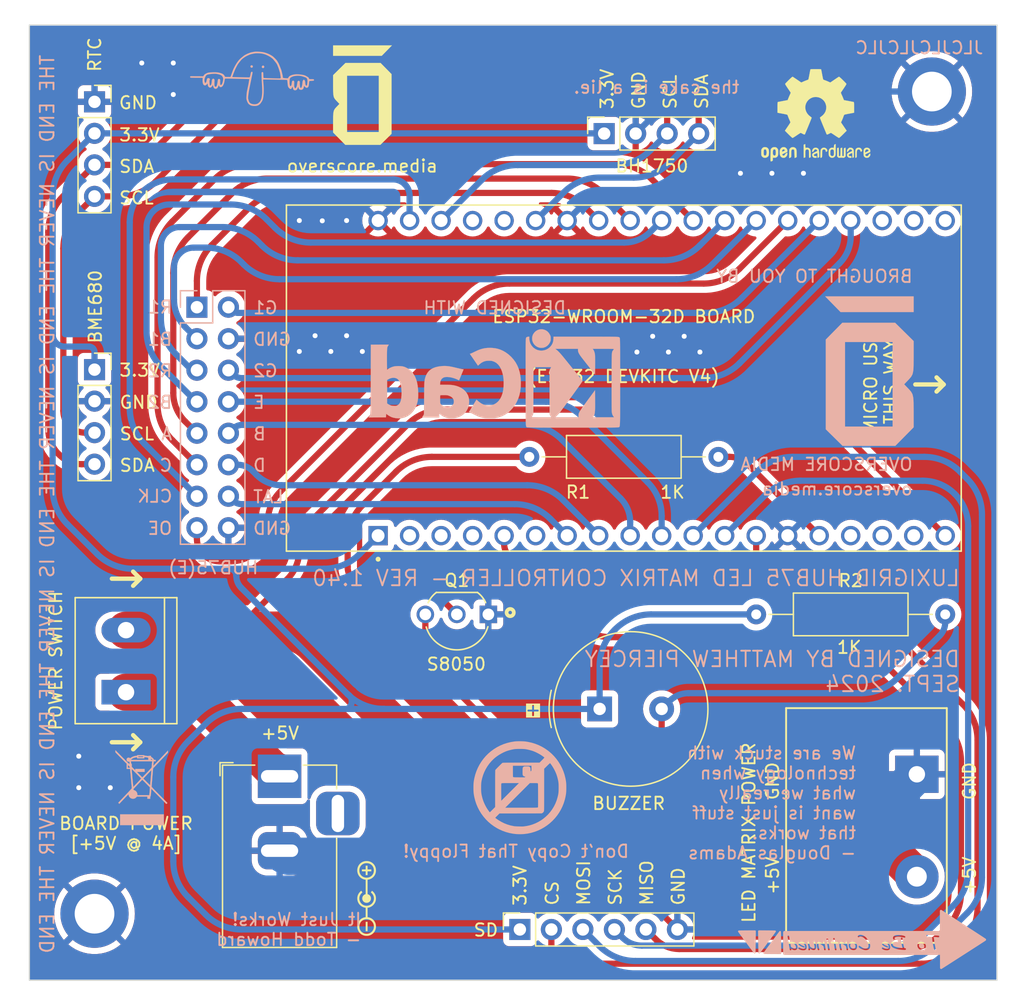
<source format=kicad_pcb>
(kicad_pcb (version 20240108) (generator "pcbnew") (generator_version "8.0")
  (layers (0 "F.Cu" signal) (31 "B.Cu" signal) (34 "B.Paste" user) (35 "F.Paste" user) (36 "B.SilkS" user "B.Silkscreen") (37 "F.SilkS" user "F.Silkscreen") (38 "B.Mask" user) (39 "F.Mask" user) (44 "Edge.Cuts" user))
  (net 0 "")
  (net 1 "Net-(J2-Pin_2)")
  (net 5 "/R1")
  (net 7 "/G1")
  (net 8 "/B1")
  (net 9 "/R2")
  (net 10 "/G2")
  (net 11 "/B2")
  (net 12 "/A")
  (net 13 "/B")
  (net 14 "/C")
  (net 18 "/D")
  (net 19 "/CLK")
  (net 22 "/LAT")
  (net 23 "/OE")
  (net 24 "+3.3V")
  (net 25 "/CS")
  (net 26 "/MOSI")
  (net 27 "/SCK")
  (net 28 "/MISO")
  (net 29 "/E")
  (net 30 "/SCL")
  (net 31 "/SDA")
  (net 35 "+5V")
  (net 36 "GND")
  (net 37 "Net-(Q1-B)")
  (net 38 "Net-(BZ1--)")
  (net 39 "Net-(U1-IO13)")
  (footprint "Connector_PinSocket_2.54mm:PinSocket_1x06_P2.54mm_Vertical" (layer "F.Cu") (at 129.54 105.41 90)
    (property "Reference" "J8" (hide yes))
    (property "Value" "SD")
  )
  (footprint "Luxigrid:SS8050DTA Transistor" (layer "F.Cu") (at 124.46 80.8625 180)
    (property "Reference" "Q1" (hide yes))
    (property "Value" "S8050")
  )
  (footprint "Connector_BarrelJack:BarrelJack_Horizontal" (layer "F.Cu") (at 110.1675 93.06 90)
    (property "Reference" "J1" (hide yes))
    (property "Value" "+5V DC Input" (hide yes))
  )
  (footprint "Luxigrid:7.62mm Barrier Block" (layer "F.Cu") (at 161.544 92.9 -90)
    (property "Reference" "J2" (hide yes))
    (property "Value" "HUB75 Power")
  )
  (footprint "Luxigrid:5mm Screw Terminal Block" (layer "F.Cu") (at 97.79 83.74 90)
    (property "Reference" "J3" (hide yes))
    (property "Value" "Screw Terminal")
  )
  (footprint "Resistor_THT:R_Axial_DIN0309_L9.0mm_D3.2mm_P15.24mm_Horizontal" (layer "F.Cu") (at 148.59 80.01)
    (property "Reference" "R2")
    (property "Value" "1K")
  )
  (footprint "Luxigrid:Center Positive (Small)" (layer "F.Cu") (at 117.185699 102.909502 90)
    (property "Reference" "REF**" (hide yes))
    (property "Value" "Polarity_Center_Positive_6mm_SilkScreen" (hide yes))
  )
  (footprint "LOGO" (layer "F.Cu") (at 116.84 38.1)
    (property "Reference" "G***" (hide yes))
    (property "Value" "LOGO" (hide yes))
  )
  (footprint "MountingHole:MountingHole_3.2mm_M3_ISO14580_Pad" (layer "F.Cu") (at 162.75 37.86 90)
    (property "Reference" "H2" (hide yes))
    (property "Value" "Mounting Hole")
  )
  (footprint "MountingHole:MountingHole_3.2mm_M3_ISO14580_Pad" (layer "F.Cu") (at 95.25 104.14)
    (property "Reference" "H1" (hide yes))
    (property "Value" "Mounting Hole")
  )
  (footprint "Connector_PinSocket_2.54mm:PinSocket_1x04_P2.54mm_Vertical" (layer "F.Cu") (at 95.25 38.69)
    (property "Reference" "J7" (hide yes))
    (property "Value" "RTC")
  )
  (footprint "Luxigrid:ESP32 DevKitC V4" (layer "F.Cu") (at 137.87 60.96 90)
    (property "Reference" "U1" (hide yes))
    (property "Value" "ESP32 DevKitC V4")
  )
  (footprint "Buzzer_Beeper:Buzzer_TDK_PS1240P02BT_D12.2mm_H6.5mm" (layer "F.Cu") (at 135.97 87.63)
    (property "Reference" "BZ1" (hide yes))
    (property "Value" "Buzzer")
  )
  (footprint "Symbol:OSHW-Logo2_9.8x8mm_SilkScreen" (layer "F.Cu") (at 153.394627 39.765384)
    (property "Reference" "REF**" (hide yes))
    (property "Value" "OSHW-Logo2_9.8x8mm_SilkScreen" (hide yes))
  )
  (footprint "Connector_PinSocket_2.54mm:PinSocket_1x04_P2.54mm_Vertical" (layer "F.Cu") (at 136.334441 41.247482 90)
    (property "Reference" "J5" (hide yes))
    (property "Value" "BME680")
  )
  (footprint "Connector_PinSocket_2.54mm:PinSocket_1x04_P2.54mm_Vertical" (layer "F.Cu") (at 95.25 60.28)
    (property "Reference" "J6" (hide yes))
    (property "Value" "BH1750")
  )
  (footprint "Resistor_THT:R_Axial_DIN0309_L9.0mm_D3.2mm_P15.24mm_Horizontal" (layer "F.Cu") (at 130.3 67.31)
    (property "Reference" "R1")
    (property "Value" "1K")
  )
  (footprint "Symbol:KiCad-Logo_8mm_SilkScreen" (layer "B.Cu") (at 127.496798 60.96 180)
    (property "Reference" "REF**" (hide yes))
    (property "Value" "KiCad-Logo_8mm_SilkScreen" (hide yes))
  )
  (footprint "Connector_PinSocket_2.54mm:PinSocket_2x08_P2.54mm_Vertical" (layer "B.Cu") (at 103.505 55.245 180)
    (property "Reference" "J4" (hide yes))
    (property "Value" "HUB75 Connector")
  )
  (footprint "LOGO" (layer "B.Cu") (at 157.125412 106.211494 180)
    (property "Reference" "G***" (hide yes))
    (property "Value" "LOGO" (hide yes))
  )
  (footprint "LOGO" (layer "B.Cu") (at 129.54 93.98 180)
    (property "Reference" "G***" (hide yes))
    (property "Value" "LOGO" (hide yes))
  )
  (footprint "LOGO" (layer "B.Cu") (at 107.95 36.83 180)
    (property "Reference" "G***" (hide yes))
    (property "Value" "LOGO" (hide yes))
  )
  (footprint "Symbol:WEEE-Logo_4.2x6mm_SilkScreen" (layer "B.Cu") (at 99.06 93.98 180)
    (property "Reference" "REF**" (hide yes))
    (property "Value" "WEEE-Logo_4.2x6mm_SilkScreen" (hide yes))
  )
  (footprint "LOGO" (layer "B.Cu") (at 157.742514 60.325 180)
    (property "Reference" "G***" (hide yes))
    (property "Value" "LOGO" (hide yes))
  )
  (gr_rect (start 90 32.5) (end 168 109.5) (stroke (width 0.1)) (fill none) (layer "Edge.Cuts"))
  (gr_text "B" (at 107.95 66.04 0) (layer "B.SilkS") (effects (font (size 1 1)) (justify right bottom mirror)))
  (gr_text "Don't Copy That Floppy!" (at 138.43 99.695 0) (layer "B.SilkS") (effects (font (size 1 1)) (justify left bottom mirror)))
  (gr_text "CLK" (at 101.620896 71.066595 0) (layer "B.SilkS") (effects (font (size 1 1)) (justify left bottom mirror)))
  (gr_text "GND" (at 107.95 58.42 0) (layer "B.SilkS") (effects (font (size 1 1)) (justify right bottom mirror)))
  (gr_text "G2" (at 107.95 60.96 0) (layer "B.SilkS") (effects (font (size 1 1)) (justify right bottom mirror)))
  (gr_text "R2" (at 101.6 60.96 0) (layer "B.SilkS") (effects (font (size 1 1)) (justify left bottom mirror)))
  (gr_text "B1" (at 101.6 58.42 0) (layer "B.SilkS") (effects (font (size 1 1)) (justify left bottom mirror)))
  (gr_text "THE END IS NEVER THE END IS NEVER THE END IS NEVER THE END IS NEVER THE END" (at 91.44 71.12 90) (layer "B.SilkS") (effects (font (size 1.1 1.1)) (justify mirror)))
  (gr_text "It Just Works!\n- Todd Howard" (at 116.84 105.41 0) (layer "B.SilkS") (effects (font (size 1 1)) (justify left mirror)))
  (gr_text "JLCJLCJLCJLC" (at 166.98068 34.914156 0) (layer "B.SilkS") (effects (font (size 1 1)) (justify left bottom mirror)))
  (gr_text "A" (at 101.6 66.04 0) (layer "B.SilkS") (effects (font (size 1 1)) (justify left bottom mirror)))
  (gr_text "overscore.media" (at 161.29 70.485 0) (layer "B.SilkS") (effects (font (size 1 1)) (justify left bottom mirror)))
  (gr_text "GND\n" (at 107.95 73.66 0) (layer "B.SilkS") (effects (font (size 1 1)) (justify right bottom mirror)))
  (gr_text "OE" (at 101.6 73.66 0) (layer "B.SilkS") (effects (font (size 1 1)) (justify left bottom mirror)))
  (gr_text "BROUGHT TO YOU BY" (at 161.29 53.34 0) (layer "B.SilkS") (effects (font (size 1 1)) (justify left bottom mirror)))
  (gr_text "DESIGNED WITH" (at 133.35 55.88 0) (layer "B.SilkS") (effects (font (size 1 1)) (justify left bottom mirror)))
  (gr_text "OVERSCORE MEDIA" (at 161.29 68.501489 0) (layer "B.SilkS") (effects (font (size 1 1)) (justify left bottom mirror)))
  (gr_text "G1" (at 107.95 55.88 0) (layer "B.SilkS") (effects (font (size 1 1)) (justify right bottom mirror)))
  (gr_text "LAT" (at 107.95 71.12 0) (layer "B.SilkS") (effects (font (size 1 1)) (justify right bottom mirror)))
  (gr_text "HUB75(E)" (at 108.539048 76.835 0) (layer "B.SilkS") (effects (font (size 1 1)) (justify left bottom mirror)))
  (gr_text "D" (at 107.95 68.58 0) (layer "B.SilkS") (effects (font (size 1 1)) (justify right bottom mirror)))
  (gr_text "R1" (at 101.620896 55.826595 0) (layer "B.SilkS") (effects (font (size 1 1)) (justify left bottom mirror)))
  (gr_text "LUXIGRID HUB75 LED MATRIX CONTROLLER - REV 1.40" (at 165.1 77.819013 0) (layer "B.SilkS") (effects (font (size 1.25 1.25)) (justify left bottom mirror)))
  (gr_text "DESIGNED BY MATTHEW PIERCEY\nSEPT. 2024" (at 165.1 86.36 0) (layer "B.SilkS") (effects (font (size 1.25 1.25)) (justify left bottom mirror)))
  (gr_text "B2" (at 101.6 63.5 0) (layer "B.SilkS") (effects (font (size 1 1)) (justify left bottom mirror)))
  (gr_text "the cake is a lie." (at 147.32 38.1 0) (layer "B.SilkS") (effects (font (size 1 1)) (justify left bottom mirror)))
  (gr_text "C" (at 101.6 68.58 0) (layer "B.SilkS") (effects (font (size 1 1)) (justify left bottom mirror)))
  (gr_text "E" (at 107.95 63.5 0) (layer "B.SilkS") (effects (font (size 1 1)) (justify right bottom mirror)))
  (gr_text "GND" (at 97.133183 39.350264 0) (layer "F.SilkS") (effects (font (size 1 1)) (justify left bottom)))
  (gr_text "GND" (at 166.37 95.066416 90) (layer "F.SilkS") (effects (font (size 1 1)) (justify left bottom)))
  (gr_text "SD" (at 125.73 106.045 0) (layer "F.SilkS") (effects (font (size 1 1)) (justify left bottom)))
  (gr_text "BOARD POWER\n[+5V @ 4A]" (at 97.79 99.06 0) (layer "F.SilkS") (effects (font (size 1 1)) (justify bottom)))
  (gr_text "SCL" (at 97.191356 66.042961 0) (layer "F.SilkS") (effects (font (size 1 1)) (justify left bottom)))
  (gr_text "3.3V" (at 97.17046 60.909556 0) (layer "F.SilkS") (effects (font (size 1 1)) (justify left bottom)))
  (gr_text "GND" (at 150.495 95.066416 90) (layer "F.SilkS") (effects (font (size 1 1)) (justify left bottom)))
  (gr_text "3.3V" (at 130.139194 103.579867 90) (layer "F.SilkS") (effects (font (size 1 1)) (justify left bottom)))
  (gr_text "+5V" (at 108.585 90.17 0) (layer "F.SilkS") (effects (font (size 1 1)) (justify left bottom)))
  (gr_text "SCK" (at 137.812599 103.558971 90) (layer "F.SilkS") (effects (font (size 1 1)) (justify left bottom)))
  (gr_text "→" (at 97.79 76.904691 0) (layer "F.SilkS") (effects (font (size 3 3) (thickness 0.35))))
  (gr_text "GND" (at 97.191356 63.502961 0) (layer "F.SilkS") (effects (font (size 1 1)) (justify left bottom)))
  (gr_text "Q1" (at 124.46 77.273662 0) (layer "F.SilkS") (effects (font (size 1 1))))
  (gr_text "BH1750" (at 137.16 44.45 0) (layer "F.SilkS") (effects (font (size 1 1)) (justify left bottom)))
  (gr_text "SDA" (at 97.191356 68.582961 0) (layer "F.SilkS") (effects (font (size 1 1)) (justify left bottom)))
  (gr_text "+5V" (at 166.37 102.686416 90) (layer "F.SilkS") (effects (font (size 1 1)) (justify left bottom)))
  (gr_text "MOSI" (at 135.272599 103.558971 90) (layer "F.SilkS") (effects (font (size 1 1)) (justify left bottom)))
  (gr_text "RTC" (at 95.85106 34.88 90) (layer "F.SilkS") (effects (font (size 1 1)) (justify bottom)))
  (gr_text "→" (at 162.56 61.2475 0) (layer "F.SilkS") (effects (font (size 3 3) (thickness 0.35))))
  (gr_text "ESP32-WROOM-32D BOARD\n\n\n(ESP32 DEVKITC V4)" (at 137.92 58.42 0) (layer "F.SilkS") (effects (font (size 1 1))))
  (gr_text "overscore.media" (at 110.66323 44.45 0) (layer "F.SilkS") (effects (font (size 1 1)) (justify left bottom)))
  (gr_text "3.3V" (at 137.16 39.37 90) (layer "F.SilkS") (effects (font (size 1 1)) (justify left bottom)))
  (gr_text "BUZZER" (at 135.287213 95.25 0) (layer "F.SilkS") (effects (font (size 1 1)) (justify left)))
  (gr_text "S8050" (at 124.419037 84.024664 0) (layer "F.SilkS") (effects (font (size 1 1))))
  (gr_text "+5V" (at 150.495 102.686416 90) (layer "F.SilkS") (effects (font (size 1 1)) (justify left bottom)))
  (gr_text "POWER SWITCH" (at 92.71 83.74 90) (layer "F.SilkS") (effects (font (size 1 1)) (justify bottom)))
  (gr_text "SCL" (at 97.154079 47.023669 0) (layer "F.SilkS") (effects (font (size 1 1)) (justify left bottom)))
  (gr_text "MICRO USB\nTHIS WAY" (at 160.02 61.247501 90) (layer "F.SilkS") (effects (font (size 1 1)) (justify bottom)))
  (gr_text "3.3V" (at 97.154079 41.943669 0) (layer "F.SilkS") (effects (font (size 1 1)) (justify left bottom)))
  (gr_text "1K" (at 141.847644 70.15924 0) (layer "F.SilkS") (effects (font (size 1 1))))
  (gr_text "BME680" (at 95.900849 55.2 90) (layer "F.SilkS") (effects (font (size 1 1)) (justify bottom)))
  (gr_text "→" (at 97.79 90.09 0) (layer "F.SilkS") (effects (font (size 3 3) (thickness 0.35))))
  (gr_text "CS" (at 132.732599 103.558971 90) (layer "F.SilkS") (effects (font (size 1 1)) (justify left bottom)))
  (gr_text "LED MATRIX POWER" (at 148.59 97.606416 90) (layer "F.SilkS") (effects (font (size 1 1)) (justify bottom)))
  (gr_text "1K" (at 156.091473 82.666764 0) (layer "F.SilkS") (effects (font (size 1 1))))
  (gr_text "SDA" (at 97.154079 44.483669 0) (layer "F.SilkS") (effects (font (size 1 1)) (justify left bottom)))
  (gr_text "GND" (at 142.892599 103.558971 90) (layer "F.SilkS") (effects (font (size 1 1)) (justify left bottom)))
  (gr_text "SDA" (at 144.78 39.37 90) (layer "F.SilkS") (effects (font (size 1 1)) (justify left bottom)))
  (gr_text "MISO" (at 140.352599 103.558971 90) (layer "F.SilkS") (effects (font (size 1 1)) (justify left bottom)))
  (gr_text "GND" (at 139.7 39.37 90) (layer "F.SilkS") (effects (font (size 1 1)) (justify left bottom)))
  (gr_text "+" (at 129.885221 88.272352 0) (layer "F.SilkS" knockout) (effects (font (size 1 1)) (justify left bottom)))
  (gr_text "SCL" (at 142.24 39.37 90) (layer "F.SilkS") (effects (font (size 1 1)) (justify left bottom)))
  (gr_text_box "We are stuck with technology when what we really want is just stuff that works.\n- Douglas Adams" (start 141.605 89.8525) (end 157.48 103.1875) (layer "B.SilkS") (effects (font (size 1 1) (thickness 0.15) (bold yes)) (justify left top mirror)) (border no) (stroke (width -0.000001)))
  (segment (start 112.740138 72.447611) (end 120.492405 64.695344) (width 0.5) (layer "F.Cu") (net 1))
  (segment (start 151.979527 63.5) (end 123.378222 63.5) (width 0.5) (layer "F.Cu") (net 1))
  (segment (start 154.865344 64.695344) (end 163.83 73.66) (width 0.5) (layer "F.Cu") (net 1))
  (segment (start 110.069527 81.28) (end 108.437358 81.28) (width 3) (layer "F.Cu") (net 1))
  (segment (start 158.104344 97.715344) (end 161.544 101.155) (width 3) (layer "F.Cu") (net 1))
  (segment (start 104.989527 81.28) (end 97.79 81.28) (width 3) (layer "F.Cu") (net 1))
  (segment (start 108.437358 81.28) (end 104.989527 81.28) (width 3) (layer "F.Cu") (net 1))
  (segment (start 110.779861 77.180138) (end 107.539088 80.420911) (width 0.5) (layer "F.Cu") (net 1))
  (segment (start 112.955344 82.475344) (end 125.804655 95.324655) (width 3) (layer "F.Cu") (net 1))
  (segment (start 155.218527 96.52) (end 128.690472 96.52) (width 3) (layer "F.Cu") (net 1))
  (arc (start 112.955344 82.475344) (mid 111.63132 81.590659) (end 110.069527 81.28) (width 3) (layer "F.Cu") (net 1))
  (arc (start 111.76 74.813875) (mid 111.50527 76.094487) (end 110.779861 77.180138) (width 0.5) (layer "F.Cu") (net 1))
  (arc (start 125.804655 95.324655) (mid 127.128679 96.209339) (end 128.690472 96.52) (width 3) (layer "F.Cu") (net 1))
  (arc (start 154.865344 64.695344) (mid 153.54132 63.810659) (end 151.979527 63.5) (width 0.5) (layer "F.Cu") (net 1))
  (arc (start 107.539088 80.420911) (mid 107.626147 80.969339) (end 108.437358 81.28) (width 0.5) (layer "F.Cu") (net 1))
  (arc (start 158.104344 97.715344) (mid 156.78032 96.830659) (end 155.218527 96.52) (width 3) (layer "F.Cu") (net 1))
  (arc (start 112.740138 72.447611) (mid 112.014729 73.533262) (end 111.76 74.813875) (width 0.5) (layer "F.Cu") (net 1))
  (arc (start 123.378222 63.5) (mid 121.816429 63.810659) (end 120.492405 64.695344) (width 0.5) (layer "F.Cu") (net 1))
  (segment (start 110.5966 46.033872) (end 132.089761 46.033872) (width 0.5) (layer "F.Cu") (net 5))
  (segment (start 134.776936 47.146936) (end 135.89 48.26) (width 0.5) (layer "F.Cu") (net 5))
  (segment (start 103.505 53.125472) (end 103.505 55.245) (width 0.5) (layer "F.Cu") (net 5))
  (segment (start 104.700344 50.239655) (end 107.710783 47.229216) (width 0.5) (layer "F.Cu") (net 5))
  (arc (start 104.700344 50.239655) (mid 103.815659 51.563679) (end 103.505 53.125472) (width 0.5) (layer "F.Cu") (net 5))
  (arc (start 110.5966 46.033872) (mid 109.034807 46.344531) (end 107.710783 47.229216) (width 0.5) (layer "F.Cu") (net 5))
  (arc (start 134.776936 47.146936) (mid 133.544049 46.323147) (end 132.089761 46.033872) (width 0.5) (layer "F.Cu") (net 5))
  (segment (start 106.83153 55.705739) (end 144.533788 55.705739) (width 0.5) (layer "B.Cu") (net 7))
  (segment (start 106.275369 55.475369) (end 106.045 55.245) (width 0.5) (layer "B.Cu") (net 7))
  (segment (start 147.419605 54.510394) (end 153.67 48.26) (width 0.5) (layer "B.Cu") (net 7))
  (arc (start 106.275369 55.475369) (mid 106.530538 55.645867) (end 106.83153 55.705739) (width 0.5) (layer "B.Cu") (net 7))
  (arc (start 147.419605 54.510394) (mid 146.095581 55.395078) (end 144.533788 55.705739) (width 0.5) (layer "B.Cu") (net 7))
  (segment (start 102.581324 56.861324) (end 103.505 57.785) (width 0.5) (layer "B.Cu") (net 8))
  (segment (start 142.172049 52.987478) (end 110.156214 52.987478) (width 0.5) (layer "B.Cu") (net 8))
  (segment (start 107.097136 51.618872) (end 107.270397 51.792133) (width 0.5) (layer "B.Cu") (net 8))
  (segment (start 101.657648 54.631372) (end 101.657648 52.033089) (width 0.5) (layer "B.Cu") (net 8))
  (segment (start 145.057866 51.792133) (end 148.59 48.26) (width 0.5) (layer "B.Cu") (net 8))
  (segment (start 103.249163 50.441574) (end 104.254887 50.441574) (width 0.5) (layer "B.Cu") (net 8))
  (arc (start 107.270397 51.792133) (mid 108.594421 52.676817) (end 110.156214 52.987478) (width 0.5) (layer "B.Cu") (net 8))
  (arc (start 103.249163 50.441574) (mid 102.640116 50.56272) (end 102.123792 50.907718) (width 0.5) (layer "B.Cu") (net 8))
  (arc (start 107.097136 51.618872) (mid 105.793101 50.747543) (end 104.254887 50.441574) (width 0.5) (layer "B.Cu") (net 8))
  (arc (start 101.657648 54.631372) (mid 101.897703 55.838213) (end 102.581324 56.861324) (width 0.5) (layer "B.Cu") (net 8))
  (arc (start 145.057866 51.792133) (mid 143.733842 52.676817) (end 142.172049 52.987478) (width 0.5) (layer "B.Cu") (net 8))
  (arc (start 102.123792 50.907718) (mid 101.778794 51.424042) (end 101.657648 52.033089) (width 0.5) (layer "B.Cu") (net 8))
  (segment (start 103.303711 60.325) (end 103.505 60.325) (width 0.5) (layer "B.Cu") (net 9))
  (segment (start 144.039328 50.270671) (end 146.05 48.26) (width 0.5) (layer "B.Cu") (net 9))
  (segment (start 141.153511 51.466016) (end 111.633237 51.466016) (width 0.5) (layer "B.Cu") (net 9))
  (segment (start 102.110683 48.784625) (end 105.570901 48.784625) (width 0.5) (layer "B.Cu") (net 9))
  (segment (start 100.601606 56.133711) (end 100.601606 50.293702) (width 0.5) (layer "B.Cu") (net 9))
  (segment (start 101.79695 59.019528) (end 102.960089 60.182667) (width 0.5) (layer "B.Cu") (net 9))
  (segment (start 108.456718 49.979969) (end 108.74742 50.270671) (width 0.5) (layer "B.Cu") (net 9))
  (arc (start 101.043604 49.226623) (mid 100.716477 49.716203) (end 100.601606 50.293702) (width 0.5) (layer "B.Cu") (net 9))
  (arc (start 108.456718 49.979969) (mid 107.132694 49.095284) (end 105.570901 48.784625) (width 0.5) (layer "B.Cu") (net 9))
  (arc (start 102.960089 60.182667) (mid 103.117744 60.288008) (end 103.303711 60.325) (width 0.5) (layer "B.Cu") (net 9))
  (arc (start 100.601606 56.133711) (mid 100.912265 57.695504) (end 101.79695 59.019528) (width 0.5) (layer "B.Cu") (net 9))
  (arc (start 144.039328 50.270671) (mid 142.715304 51.155355) (end 141.153511 51.466016) (width 0.5) (layer "B.Cu") (net 9))
  (arc (start 102.110683 48.784625) (mid 101.533184 48.899496) (end 101.043604 49.226623) (width 0.5) (layer "B.Cu") (net 9))
  (arc (start 108.74742 50.270671) (mid 110.071444 51.155355) (end 111.633237 51.466016) (width 0.5) (layer "B.Cu") (net 9))
  (segment (start 144.359527 60.96) (end 107.129012 60.96) (width 0.5) (layer "B.Cu") (net 10))
  (segment (start 156.21 49.53) (end 156.21 48.26) (width 0.5) (layer "B.Cu") (net 10))
  (segment (start 106.3625 60.6425) (end 106.045 60.325) (width 0.5) (layer "B.Cu") (net 10))
  (segment (start 147.245344 59.764655) (end 155.311974 51.698025) (width 0.5) (layer "B.Cu") (net 10))
  (arc (start 147.245344 59.764655) (mid 145.92132 60.649339) (end 144.359527 60.96) (width 0.5) (layer "B.Cu") (net 10))
  (arc (start 106.3625 60.6425) (mid 106.714178 60.877484) (end 107.129012 60.96) (width 0.5) (layer "B.Cu") (net 10))
  (arc (start 156.21 49.53) (mid 155.97661 50.703326) (end 155.311974 51.698025) (width 0.5) (layer "B.Cu") (net 10))
  (segment (start 99.44218 48.817896) (end 99.44218 57.164311) (width 0.5) (layer "B.Cu") (net 11))
  (segment (start 103.478698 62.865) (end 103.505 62.865) (width 0.5) (layer "B.Cu") (net 11))
  (segment (start 106.235399 46.965872) (end 101.294204 46.965872) (width 0.5) (layer "B.Cu") (net 11))
  (segment (start 140.082945 49.147054) (end 140.97 48.26) (width 0.5) (layer "B.Cu") (net 11))
  (segment (start 100.637524 60.050128) (end 103.433797 62.846401) (width 0.5) (layer "B.Cu") (net 11))
  (segment (start 112.684581 50.034109) (end 137.941406 50.034109) (width 0.5) (layer "B.Cu") (net 11))
  (segment (start 109.798764 48.838764) (end 109.121216 48.161216) (width 0.5) (layer "B.Cu") (net 11))
  (arc (start 140.082945 49.147054) (mid 139.100398 49.80357) (end 137.941406 50.034109) (width 0.5) (layer "B.Cu") (net 11))
  (arc (start 109.121216 48.161216) (mid 107.797192 47.276531) (end 106.235399 46.965872) (width 0.5) (layer "B.Cu") (net 11))
  (arc (start 103.433797 62.846401) (mid 103.454397 62.860166) (end 103.478698 62.865) (width 0.5) (layer "B.Cu") (net 11))
  (arc (start 99.984625 47.508317) (mid 99.583156 48.109157) (end 99.44218 48.817896) (width 0.5) (layer "B.Cu") (net 11))
  (arc (start 101.294204 46.965872) (mid 100.585465 47.106848) (end 99.984625 47.508317) (width 0.5) (layer "B.Cu") (net 11))
  (arc (start 99.44218 57.164311) (mid 99.752839 58.726104) (end 100.637524 60.050128) (width 0.5) (layer "B.Cu") (net 11))
  (arc (start 109.798764 48.838764) (mid 111.122788 49.723448) (end 112.684581 50.034109) (width 0.5) (layer "B.Cu") (net 11))
  (segment (start 136.24204 46.07204) (end 138.43 48.26) (width 0.5) (layer "F.Cu") (net 12))
  (segment (start 106.327959 46.07204) (end 102.795344 49.604655) (width 0.5) (layer "F.Cu") (net 12))
  (segment (start 101.6 52.490472) (end 101.6 62.152961) (width 0.5) (layer "F.Cu") (net 12))
  (segment (start 102.5525 64.4525) (end 103.505 65.405) (width 0.5) (layer "F.Cu") (net 12))
  (segment (start 109.213776 44.876696) (end 133.356223 44.876696) (width 0.5) (layer "F.Cu") (net 12))
  (arc (start 136.24204 46.07204) (mid 134.918016 45.187355) (end 133.356223 44.876696) (width 0.5) (layer "F.Cu") (net 12))
  (arc (start 109.213776 44.876696) (mid 107.651983 45.187355) (end 106.327959 46.07204) (width 0.5) (layer "F.Cu") (net 12))
  (arc (start 102.795344 49.604655) (mid 101.910659 50.928679) (end 101.6 52.490472) (width 0.5) (layer "F.Cu") (net 12))
  (arc (start 101.6 62.152961) (mid 101.847546 63.397462) (end 102.5525 64.4525) (width 0.5) (layer "F.Cu") (net 12))
  (segment (start 137.642894 70.646623) (end 132.922301 65.92603) (width 0.5) (layer "B.Cu") (net 13))
  (segment (start 138.43 72.546864) (end 138.43 73.66) (width 0.5) (layer "B.Cu") (net 13))
  (segment (start 106.382157 65.067843) (end 106.045 65.405) (width 0.5) (layer "B.Cu") (net 13))
  (segment (start 107.196126 64.730686) (end 130.036484 64.730686) (width 0.5) (layer "B.Cu") (net 13))
  (arc (start 137.642894 70.646623) (mid 138.225437 71.518461) (end 138.43 72.546864) (width 0.5) (layer "B.Cu") (net 13))
  (arc (start 107.196126 64.730686) (mid 106.755609 64.81831) (end 106.382157 65.067843) (width 0.5) (layer "B.Cu") (net 13))
  (arc (start 132.922301 65.92603) (mid 131.598277 65.041345) (end 130.036484 64.730686) (width 0.5) (layer "B.Cu") (net 13))
  (segment (start 104.951723 44.908276) (end 101.525344 48.334655) (width 0.5) (layer "F.Cu") (net 14))
  (segment (start 140.158276 44.908276) (end 143.51 48.26) (width 0.5) (layer "F.Cu") (net 14))
  (segment (start 100.33 63.079527) (end 100.33 51.220472) (width 0.5) (layer "F.Cu") (net 14))
  (segment (start 101.525344 65.965344) (end 103.505 67.945) (width 0.5) (layer "F.Cu") (net 14))
  (segment (start 107.83754 43.712932) (end 137.272459 43.712932) (width 0.5) (layer "F.Cu") (net 14))
  (arc (start 101.525344 48.334655) (mid 100.640659 49.658679) (end 100.33 51.220472) (width 0.5) (layer "F.Cu") (net 14))
  (arc (start 107.83754 43.712932) (mid 106.275747 44.023591) (end 104.951723 44.908276) (width 0.5) (layer "F.Cu") (net 14))
  (arc (start 100.33 63.079527) (mid 100.640659 64.64132) (end 101.525344 65.965344) (width 0.5) (layer "F.Cu") (net 14))
  (arc (start 140.158276 44.908276) (mid 138.834252 44.023591) (end 137.272459 43.712932) (width 0.5) (layer "F.Cu") (net 14))
  (segment (start 108.010723 68.458454) (end 108.323308 68.771039) (width 0.5) (layer "B.Cu") (net 18))
  (segment (start 130.136606 69.597079) (end 110.317544 69.597079) (width 0.5) (layer "B.Cu") (net 18))
  (segment (start 106.771134 67.945) (end 106.045 67.945) (width 0.5) (layer "B.Cu") (net 18))
  (segment (start 133.022423 70.792423) (end 135.89 73.66) (width 0.5) (layer "B.Cu") (net 18))
  (arc (start 133.022423 70.792423) (mid 131.698399 69.907738) (end 130.136606 69.597079) (width 0.5) (layer "B.Cu") (net 18))
  (arc (start 108.010723 68.458454) (mid 107.441995 68.078442) (end 106.771134 67.945) (width 0.5) (layer "B.Cu") (net 18))
  (arc (start 108.323308 68.771039) (mid 109.238271 69.382398) (end 110.317544 69.597079) (width 0.5) (layer "B.Cu") (net 18))
  (segment (start 101.554652 44.942457) (end 119.322651 44.942457) (width 0.5) (layer "B.Cu") (net 19))
  (segment (start 120.65 46.269805) (end 120.65 48.26) (width 0.5) (layer "B.Cu") (net 19))
  (segment (start 99.284862 66.264862) (end 103.505 70.485) (width 0.5) (layer "B.Cu") (net 19))
  (segment (start 98.089518 48.407591) (end 98.089518 63.379045) (width 0.5) (layer "B.Cu") (net 19))
  (arc (start 99.104432 45.957371) (mid 98.353285 47.081541) (end 98.089518 48.407591) (width 0.5) (layer "B.Cu") (net 19))
  (arc (start 120.261228 45.331228) (mid 120.548961 45.761851) (end 120.65 46.269805) (width 0.5) (layer "B.Cu") (net 19))
  (arc (start 101.554652 44.942457) (mid 100.228602 45.206224) (end 99.104432 45.957371) (width 0.5) (layer "B.Cu") (net 19))
  (arc (start 98.089518 63.379045) (mid 98.400177 64.940838) (end 99.284862 66.264862) (width 0.5) (layer "B.Cu") (net 19))
  (arc (start 120.261228 45.331228) (mid 119.830605 45.043495) (end 119.322651 44.942457) (width 0.5) (layer "B.Cu") (net 19))
  (segment (start 132.005344 72.315344) (end 133.35 73.66) (width 0.5) (layer "B.Cu") (net 22))
  (segment (start 107.129012 71.12) (end 129.119527 71.12) (width 0.5) (layer "B.Cu") (net 22))
  (segment (start 106.3625 70.8025) (end 106.045 70.485) (width 0.5) (layer "B.Cu") (net 22))
  (arc (start 106.3625 70.8025) (mid 106.714178 71.037484) (end 107.129012 71.12) (width 0.5) (layer "B.Cu") (net 22))
  (arc (start 132.005344 72.315344) (mid 130.68132 71.430659) (end 129.119527 71.12) (width 0.5) (layer "B.Cu") (net 22))
  (segment (start 105.31743 75.728326) (end 106.247546 75.728326) (width 0.5) (layer "F.Cu") (net 23))
  (segment (start 147.245344 52.144655) (end 151.13 48.26) (width 0.5) (layer "F.Cu") (net 23))
  (segment (start 128.690472 53.34) (end 144.359527 53.34) (width 0.5) (layer "F.Cu") (net 23))
  (segment (start 109.22 72.553551) (end 109.22 72.755872) (width 0.5) (layer "F.Cu") (net 23))
  (segment (start 103.505 73.915895) (end 103.505 73.025) (width 0.5) (layer "F.Cu") (net 23))
  (segment (start 125.804655 54.535344) (end 110.233673 70.106326) (width 0.5) (layer "F.Cu") (net 23))
  (arc (start 103.505 73.915895) (mid 103.642962 74.609482) (end 104.035848 75.197477) (width 0.5) (layer "F.Cu") (net 23))
  (arc (start 147.245344 52.144655) (mid 145.92132 53.029339) (end 144.359527 53.34) (width 0.5) (layer "F.Cu") (net 23))
  (arc (start 104.035848 75.197477) (mid 104.623842 75.590362) (end 105.31743 75.728326) (width 0.5) (layer "F.Cu") (net 23))
  (arc (start 108.349388 74.857714) (mid 107.385054 75.502061) (end 106.247546 75.728326) (width 0.5) (layer "F.Cu") (net 23))
  (arc (start 128.690472 53.34) (mid 127.128679 53.650659) (end 125.804655 54.535344) (width 0.5) (layer "F.Cu") (net 23))
  (arc (start 110.233673 70.106326) (mid 109.483445 71.229122) (end 109.22 72.553551) (width 0.5) (layer "F.Cu") (net 23))
  (arc (start 109.22 72.755872) (mid 108.993735 73.89338) (end 108.349388 74.857714) (width 0.5) (layer "F.Cu") (net 23))
  (segment (start 140.120472 80.01) (end 148.59 80.01) (width 0.5) (layer "B.Cu") (net 24))
  (segment (start 94.792314 58.42) (end 92.859126 58.42) (width 0.5) (layer "B.Cu") (net 24))
  (segment (start 91.873382 69.862909) (end 91.873382 57.327191) (width 0.5) (layer "B.Cu") (net 24))
  (segment (start 102.795344 102.795344) (end 104.214655 104.214655) (width 0.5) (layer "B.Cu") (net 24))
  (segment (start 106.110035 76.33007) (end 107.249965 76.33007) (width 0.5) (layer "B.Cu") (net 24))
  (segment (start 95.25 58.877685) (end 95.25 60.28) (width 0.5) (layer "B.Cu") (net 24))
  (segment (start 135.97 87.63) (end 118.597358 87.63) (width 0.5) (layer "B.Cu") (net 24))
  (segment (start 107.100472 87.63) (end 115.625065 87.63) (width 0.5) (layer "B.Cu") (net 24))
  (segment (start 118.597358 87.63) (end 115.625065 87.63) (width 0.5) (layer "B.Cu") (net 24))
  (segment (start 116.635274 75.134725) (end 118.11 73.66) (width 0.5) (layer "B.Cu") (net 24))
  (segment (start 136.3257 41.238741) (end 136.334441 41.247482) (width 0.5) (layer "B.Cu") (net 24))
  (segment (start 135.97 84.160472) (end 135.97 87.63) (width 0.5) (layer "B.Cu") (net 24))
  (segment (start 91.873382 46.29709) (end 91.873382 55.462768) (width 0.5) (layer "B.Cu") (net 24))
  (segment (start 102.795344 90.244655) (end 104.214655 88.825344) (width 0.5) (layer "B.Cu") (net 24))
  (segment (start 107.100472 105.41) (end 129.54 105.41) (width 0.5) (layer "B.Cu") (net 24))
  (segment (start 101.6 99.909527) (end 101.6 93.130472) (width 0.5) (layer "B.Cu") (net 24))
  (segment (start 113.749457 76.33007) (end 107.249965 76.33007) (width 0.5) (layer "B.Cu") (net 24))
  (segment (start 98.340542 76.33007) (end 106.110035 76.33007) (width 0.5) (layer "B.Cu") (net 24))
  (segment (start 107.083026 77.873026) (end 115.644655 86.434655) (width 0.5) (layer "B.Cu") (net 24))
  (segment (start 136.304597 41.23) (end 95.25 41.23) (width 0.5) (layer "B.Cu") (net 24))
  (segment (start 91.873382 55.462768) (end 91.873382 57.327191) (width 0.5) (layer "B.Cu") (net 24))
  (segment (start 93.068726 72.748726) (end 95.454725 75.134725) (width 0.5) (layer "B.Cu") (net 24))
  (segment (start 93.068726 43.411273) (end 95.25 41.23) (width 0.5) (layer "B.Cu") (net 24))
  (segment (start 91.873382 57.434256) (end 91.873382 55.462768) (width 0.5) (layer "B.Cu") (net 24))
  (segment (start 137.165344 81.274654) (end 137.234655 81.205344) (width 0.5) (layer "B.Cu") (net 24))
  (arc (start 95.454725 75.134725) (mid 96.778749 76.019409) (end 98.340542 76.33007) (width 0.5) (layer "B.Cu") (net 24))
  (arc (start 136.3257 41.238741) (mid 136.316017 41.232271) (end 136.304597 41.23) (width 0.5) (layer "B.Cu") (net 24))
  (arc (start 106.68 76.900035) (mid 106.513061 76.497008) (end 106.110035 76.33007) (width 0.5) (layer "B.Cu") (net 24))
  (arc (start 104.214655 104.214655) (mid 105.538679 105.099339) (end 107.100472 105.41) (width 0.5) (layer "B.Cu") (net 24))
  (arc (start 95.115947 58.554053) (mid 95.21516 58.702536) (end 95.25 58.877685) (width 0.5) (layer "B.Cu") (net 24))
  (arc (start 115.644655 86.434655) (mid 116.986062 87.319339) (end 118.597358 87.63) (width 0.5) (layer "B.Cu") (net 24))
  (arc (start 91.873382 57.327191) (mid 91.873382 57.380723) (end 91.873382 57.434256) (width 0.5) (layer "B.Cu") (net 24))
  (arc (start 91.873382 57.434256) (mid 92.162099 58.131282) (end 92.859126 58.42) (width 0.5) (layer "B.Cu") (net 24))
  (arc (start 95.115947 58.554053) (mid 94.967463 58.454839) (end 94.792314 58.42) (width 0.5) (layer "B.Cu") (net 24))
  (arc (start 93.068726 43.411273) (mid 92.184041 44.735297) (end 91.873382 46.29709) (width 0.5) (layer "B.Cu") (net 24))
  (arc (start 91.873382 69.862909) (mid 92.184041 71.424702) (end 93.068726 72.748726) (width 0.5) (layer "B.Cu") (net 24))
  (arc (start 106.68 76.900035) (mid 106.784743 77.426613) (end 107.083026 77.873026) (width 0.5) (layer "B.Cu") (net 24))
  (arc (start 116.635274 75.134725) (mid 115.31125 76.019409) (end 113.749457 76.33007) (width 0.5) (layer "B.Cu") (net 24))
  (arc (start 102.795344 90.244655) (mid 101.910659 91.568679) (end 101.6 93.130472) (width 0.5) (layer "B.Cu") (net 24))
  (arc (start 137.165344 81.274654) (mid 136.280659 82.598679) (end 135.97 84.160472) (width 0.5) (layer "B.Cu") (net 24))
  (arc (start 107.100472 87.63) (mid 105.538679 87.940659) (end 104.214655 88.825344) (width 0.5) (layer "B.Cu") (net 24))
  (arc (start 140.120472 80.01) (mid 138.558679 80.320659) (end 137.234655 81.205344) (width 0.5) (layer "B.Cu") (net 24))
  (arc (start 101.6 99.909527) (mid 101.910659 101.47132) (end 102.795344 102.795344) (width 0.5) (layer "B.Cu") (net 24))
  (arc (start 115.625065 87.63) (mid 115.968404 87.197744) (end 115.644655 86.434655) (width 0.5) (layer "B.Cu") (net 24))
  (arc (start 107.249965 76.33007) (mid 106.846938 76.497008) (end 106.68 76.900035) (width 0.5) (layer "B.Cu") (net 24))
  (segment (start 149.488025 77.098025) (end 151.132258 78.742258) (width 0.5) (layer "F.Cu") (net 25))
  (segment (start 156.240267 79.937603) (end 154.018075 79.937603) (width 0.5) (layer "F.Cu") (net 25))
  (segment (start 159.126084 81.132947) (end 165.23803 87.244893) (width 0.5) (layer "F.Cu") (net 25))
  (segment (start 166.433375 90.13071) (end 166.433375 103.656152) (width 0.5) (layer "F.Cu") (net 25))
  (segment (start 161.919904 108.169623) (end 133.538932 108.169623) (width 0.5) (layer "F.Cu") (net 25))
  (segment (start 132.08 106.71069) (end 132.08 105.41) (width 0.5) (layer "F.Cu") (net 25))
  (segment (start 148.59 74.93) (end 148.59 73.66) (width 0.5) (layer "F.Cu") (net 25))
  (segment (start 164.805721 106.974278) (end 165.23803 106.541969) (width 0.5) (layer "F.Cu") (net 25))
  (arc (start 165.23803 87.244893) (mid 166.122714 88.568917) (end 166.433375 90.13071) (width 0.5) (layer "F.Cu") (net 25))
  (arc (start 148.59 74.93) (mid 148.823389 76.103326) (end 149.488025 77.098025) (width 0.5) (layer "F.Cu") (net 25))
  (arc (start 151.132258 78.742258) (mid 152.456282 79.626942) (end 154.018075 79.937603) (width 0.5) (layer "F.Cu") (net 25))
  (arc (start 164.805721 106.974278) (mid 163.481697 107.858962) (end 161.919904 108.169623) (width 0.5) (layer "F.Cu") (net 25))
  (arc (start 159.126084 81.132947) (mid 157.80206 80.248262) (end 156.240267 79.937603) (width 0.5) (layer "F.Cu") (net 25))
  (arc (start 132.507311 107.742311) (mid 132.980623 108.058568) (end 133.538932 108.169623) (width 0.5) (layer "F.Cu") (net 25))
  (arc (start 166.433375 103.656152) (mid 166.122714 105.217945) (end 165.23803 106.541969) (width 0.5) (layer "F.Cu") (net 25))
  (arc (start 132.08 106.71069) (mid 132.191054 107.268999) (end 132.507311 107.742311) (width 0.5) (layer "F.Cu") (net 25))
  (segment (start 165.597413 69.077413) (end 165.025344 68.505344) (width 0.5) (layer "B.Cu") (net 26))
  (segment (start 160.042883 107.95) (end 138.850472 107.95) (width 0.5) (layer "B.Cu") (net 26))
  (segment (start 165.597413 104.085942) (end 162.9287 106.754655) (width 0.5) (layer "B.Cu") (net 26))
  (segment (start 162.139527 67.31) (end 151.550472 67.31) (width 0.5) (layer "B.Cu") (net 26))
  (segment (start 148.664655 68.505344) (end 143.51 73.66) (width 0.5) (layer "B.Cu") (net 26))
  (segment (start 166.792758 71.96323) (end 166.792758 101.200125) (width 0.5) (layer "B.Cu") (net 26))
  (segment (start 135.964655 106.754655) (end 134.62 105.41) (width 0.5) (layer "B.Cu") (net 26))
  (arc (start 162.9287 106.754655) (mid 161.604676 107.639339) (end 160.042883 107.95) (width 0.5) (layer "B.Cu") (net 26))
  (arc (start 151.550472 67.31) (mid 149.988679 67.620659) (end 148.664655 68.505344) (width 0.5) (layer "B.Cu") (net 26))
  (arc (start 135.964655 106.754655) (mid 137.288679 107.639339) (end 138.850472 107.95) (width 0.5) (layer "B.Cu") (net 26))
  (arc (start 165.597413 69.077413) (mid 166.482097 70.401437) (end 166.792758 71.96323) (width 0.5) (layer "B.Cu") (net 26))
  (arc (start 165.025344 68.505344) (mid 163.70132 67.620659) (end 162.139527 67.31) (width 0.5) (layer "B.Cu") (net 26))
  (arc (start 166.792758 101.200125) (mid 166.482097 102.761918) (end 165.597413 104.085942) (width 0.5) (layer "B.Cu") (net 26))
  (segment (start 137.16 105.244674) (end 137.16 105.41) (width 0.5) (layer "F.Cu") (net 27))
  (segment (start 165.677302 72.897627) (end 165.677302 100.602225) (width 0.5) (layer "B.Cu") (net 27))
  (segment (start 137.81 106.06) (end 137.16 105.41) (width 0.5) (layer "B.Cu") (net 27))
  (segment (start 164.481957 103.488042) (end 162.455344 105.514655) (width 0.5) (layer "B.Cu") (net 27))
  (segment (start 139.379238 106.71) (end 159.569527 106.71) (width 0.5) (layer "B.Cu") (net 27))
  (segment (start 162.012947 69.233273) (end 152.167199 69.233273) (width 0.5) (layer "B.Cu") (net 27))
  (segment (start 149.281382 70.428617) (end 146.05 73.66) (width 0.5) (layer "B.Cu") (net 27))
  (arc (start 162.455344 105.514655) (mid 161.13132 106.399339) (end 159.569527 106.71) (width 0.5) (layer "B.Cu") (net 27))
  (arc (start 137.81 106.06) (mid 138.529972 106.54107) (end 139.379238 106.71) (width 0.5) (layer "B.Cu") (net 27))
  (arc (start 164.604037 70.306537) (mid 163.415235 69.512205) (end 162.012947 69.233273) (width 0.5) (layer "B.Cu") (net 27))
  (arc (start 165.677302 100.602225) (mid 165.366641 102.164018) (end 164.481957 103.488042) (width 0.5) (layer "B.Cu") (net 27))
  (arc (start 164.604037 70.306537) (mid 165.398369 71.495339) (end 165.677302 72.897627) (width 0.5) (layer "B.Cu") (net 27))
  (arc (start 152.167199 69.233273) (mid 150.605406 69.543932) (end 149.281382 70.428617) (width 0.5) (layer "B.Cu") (net 27))
  (segment (start 163.904655 105.335344) (end 163.449258 105.790741) (width 0.5) (layer "F.Cu") (net 28))
  (segment (start 140.488043 106.198043) (end 139.7 105.41) (width 0.5) (layer "F.Cu") (net 28))
  (segment (start 157.970632 83.040632) (end 163.904655 88.974655) (width 0.5) (layer "F.Cu") (net 28))
  (segment (start 155.084815 81.845288) (end 136.87576 81.845288) (width 0.5) (layer "F.Cu") (net 28))
  (segment (start 165.1 102.449527) (end 165.1 91.860472) (width 0.5) (layer "F.Cu") (net 28))
  (segment (start 128.719012 75.379012) (end 133.989943 80.649943) (width 0.5) (layer "F.Cu") (net 28))
  (segment (start 128.27 74.295) (end 128.27 73.66) (width 0.5) (layer "F.Cu") (net 28))
  (segment (start 142.390547 106.986086) (end 160.563441 106.986086) (width 0.5) (layer "F.Cu") (net 28))
  (arc (start 133.989943 80.649943) (mid 135.313967 81.534627) (end 136.87576 81.845288) (width 0.5) (layer "F.Cu") (net 28))
  (arc (start 140.488043 106.198043) (mid 141.360919 106.78128) (end 142.390547 106.986086) (width 0.5) (layer "F.Cu") (net 28))
  (arc (start 165.1 102.449527) (mid 164.789339 104.01132) (end 163.904655 105.335344) (width 0.5) (layer "F.Cu") (net 28))
  (arc (start 157.970632 83.040632) (mid 156.646608 82.155947) (end 155.084815 81.845288) (width 0.5) (layer "F.Cu") (net 28))
  (arc (start 163.449258 105.790741) (mid 162.125234 106.675425) (end 160.563441 106.986086) (width 0.5) (layer "F.Cu") (net 28))
  (arc (start 163.904655 88.974655) (mid 164.789339 90.298679) (end 165.1 91.860472) (width 0.5) (layer "F.Cu") (net 28))
  (arc (start 128.27 74.295) (mid 128.386694 74.881663) (end 128.719012 75.379012) (width 0.5) (layer "F.Cu") (net 28))
  (segment (start 140.97 72.0725) (end 140.97 73.66) (width 0.5) (layer "B.Cu") (net 29))
  (segment (start 139.847467 69.362467) (end 134.545344 64.060344) (width 0.5) (layer "B.Cu") (net 29))
  (segment (start 131.659527 62.865) (end 106.045 62.865) (width 0.5) (layer "B.Cu") (net 29))
  (arc (start 134.545344 64.060344) (mid 133.22132 63.175659) (end 131.659527 62.865) (width 0.5) (layer "B.Cu") (net 29))
  (arc (start 139.847467 69.362467) (mid 140.678263 70.60584) (end 140.97 72.0725) (width 0.5) (layer "B.Cu") (net 29))
  (segment (start 93.931964 47.628035) (end 95.25 46.31) (width 0.5) (layer "F.Cu") (net 30))
  (segment (start 105.37829 39.920979) (end 100.184614 45.114655) (width 0.5) (layer "F.Cu") (net 30))
  (segment (start 92.73662 50.513852) (end 92.73662 63.600473) (width 0.5) (layer "F.Cu") (net 30))
  (segment (start 94.496146 65.36) (end 95.25 65.36) (width 0.5) (layer "F.Cu") (net 30))
  (segment (start 141.414441 39.079557) (end 141.414441 41.247482) (width 0.5) (layer "F.Cu") (net 30))
  (segment (start 95.25 46.31) (end 97.298797 46.31) (width 0.5) (layer "F.Cu") (net 30))
  (segment (start 136.788455 37.02161) (end 139.356493 37.02161) (width 0.5) (layer "F.Cu") (net 30))
  (segment (start 108.264107 38.725635) (end 132.674575 38.725635) (width 0.5) (layer "F.Cu") (net 30))
  (arc (start 100.184614 45.114655) (mid 98.86059 45.999339) (end 97.298797 46.31) (width 0.5) (layer "F.Cu") (net 30))
  (arc (start 140.811682 37.624369) (mid 140.144035 37.178261) (end 139.356493 37.02161) (width 0.5) (layer "F.Cu") (net 30))
  (arc (start 136.788455 37.02161) (mid 135.675247 37.24304) (end 134.731515 37.873622) (width 0.5) (layer "F.Cu") (net 30))
  (arc (start 140.811682 37.624369) (mid 141.257789 38.292015) (end 141.414441 39.079557) (width 0.5) (layer "F.Cu") (net 30))
  (arc (start 93.251973 64.844646) (mid 93.822804 65.226063) (end 94.496146 65.36) (width 0.5) (layer "F.Cu") (net 30))
  (arc (start 93.931964 47.628035) (mid 93.047279 48.952059) (end 92.73662 50.513852) (width 0.5) (layer "F.Cu") (net 30))
  (arc (start 108.264107 38.725635) (mid 106.702314 39.036294) (end 105.37829 39.920979) (width 0.5) (layer "F.Cu") (net 30))
  (arc (start 92.73662 63.600473) (mid 92.870555 64.273814) (end 93.251973 64.844646) (width 0.5) (layer "F.Cu") (net 30))
  (arc (start 134.731515 37.873622) (mid 133.787783 38.504204) (end 132.674575 38.725635) (width 0.5) (layer "F.Cu") (net 30))
  (segment (start 126.469015 44.980984) (end 123.19 48.26) (width 0.5) (layer "B.Cu") (net 30))
  (segment (start 140.071627 42.590295) (end 141.414441 41.247482) (width 0.5) (layer "B.Cu") (net 30))
  (segment (start 137.18581 43.78564) (end 129.354832 43.78564) (width 0.5) (layer "B.Cu") (net 30))
  (arc (start 129.354832 43.78564) (mid 127.793039 44.096299) (end 126.469015 44.980984) (width 0.5) (layer "B.Cu") (net 30))
  (arc (start 140.071627 42.590295) (mid 138.747603 43.474979) (end 137.18581 43.78564) (width 0.5) (layer "B.Cu") (net 30))
  (segment (start 94.210798 67.9) (end 95.25 67.9) (width 0.5) (layer "F.Cu") (net 31))
  (segment (start 92.717269 46.30273) (end 95.25 43.77) (width 0.5) (layer "F.Cu") (net 31))
  (segment (start 99.456218 43.188655) (end 106.233595 36.411277) (width 0.5) (layer "F.Cu") (net 31))
  (segment (start 140.771482 35.215933) (end 109.119412 35.215933) (width 0.5) (layer "F.Cu") (net 31))
  (segment (start 98.600825 43.77) (end 95.25 43.77) (width 0.5) (layer "F.Cu") (net 31))
  (segment (start 92.34676 67.075164) (end 92.436769 67.165173) (width 0.5) (layer "F.Cu") (net 31))
  (segment (start 99.456218 43.188655) (end 99.068655 43.576218) (width 0.5) (layer "F.Cu") (net 31))
  (segment (start 91.521925 65.083835) (end 91.521925 49.188547) (width 0.5) (layer "F.Cu") (net 31))
  (segment (start 143.954441 38.398891) (end 143.954441 41.247482) (width 0.5) (layer "F.Cu") (net 31))
  (arc (start 143.022174 36.1482) (mid 141.989547 35.458221) (end 140.771482 35.215933) (width 0.5) (layer "F.Cu") (net 31))
  (arc (start 143.022174 36.1482) (mid 143.712152 37.180825) (end 143.954441 38.398891) (width 0.5) (layer "F.Cu") (net 31))
  (arc (start 109.119412 35.215933) (mid 107.557619 35.526592) (end 106.233595 36.411277) (width 0.5) (layer "F.Cu") (net 31))
  (arc (start 92.436769 67.165173) (mid 93.2507 67.709024) (end 94.210798 67.9) (width 0.5) (layer "F.Cu") (net 31))
  (arc (start 99.068655 43.576218) (mid 98.854013 43.719637) (end 98.600825 43.77) (width 0.5) (layer "F.Cu") (net 31))
  (arc (start 92.717269 46.30273) (mid 91.832584 47.626754) (end 91.521925 49.188547) (width 0.5) (layer "F.Cu") (net 31))
  (arc (start 91.521925 65.083835) (mid 91.736292 66.161534) (end 92.34676 67.075164) (width 0.5) (layer "F.Cu") (net 31))
  (segment (start 141.599833 43.602089) (end 143.954441 41.247482) (width 0.5) (layer "B.Cu") (net 31))
  (segment (start 133.077221 45.992778) (end 130.81 48.26) (width 0.5) (layer "B.Cu") (net 31))
  (segment (start 135.963038 44.797434) (end 138.714016 44.797434) (width 0.5) (layer "B.Cu") (net 31))
  (arc (start 135.963038 44.797434) (mid 134.401245 45.108093) (end 133.077221 45.992778) (width 0.5) (layer "B.Cu") (net 31))
  (arc (start 141.599833 43.602089) (mid 140.275809 44.486773) (end 138.714016 44.797434) (width 0.5) (layer "B.Cu") (net 31))
  (segment (start 101.697027 86.28) (end 97.79 86.28) (width 3) (layer "F.Cu") (net 35))
  (segment (start 110.1675 92.72375) (end 110.1675 92.3875) (width 0.5) (layer "F.Cu") (net 35))
  (segment (start 104.582844 87.475344) (end 109.929735 92.822235) (width 3) (layer "F.Cu") (net 35))
  (arc (start 104.582844 87.475344) (mid 103.25882 86.590659) (end 101.697027 86.28) (width 3) (layer "F.Cu") (net 35))
  (arc (start 109.929735 92.822235) (mid 110.08152 92.852427) (end 110.1675 92.72375) (width 3) (layer "F.Cu") (net 35))
  (segment (start 107.315 57.785) (end 106.045 57.785) (width 0.5) (layer "F.Cu") (net 36))
  (segment (start 102.235 99.06) (end 110.1675 99.06) (width 0.5) (layer "F.Cu") (net 36))
  (segment (start 99.880987 99.509012) (end 95.25 104.14) (width 0.5) (layer "F.Cu") (net 36))
  (segment (start 112.782155 101.674655) (end 110.1675 99.06) (width 0.5) (layer "F.Cu") (net 36))
  (segment (start 102.235 99.06) (end 100.965 99.06) (width 0.5) (layer "F.Cu") (net 36))
  (segment (start 140.895344 104.065344) (end 142.24 105.41) (width 0.5) (layer "F.Cu") (net 36))
  (segment (start 109.483025 56.886974) (end 118.11 48.26) (width 0.5) (layer "F.Cu") (net 36))
  (segment (start 115.667972 102.87) (end 138.009527 102.87) (width 0.5) (layer "F.Cu") (net 36))
  (via (at 140.245422 57.590651) (size 0.8) (drill 0.4) (layers "F.Cu" "B.Cu") (net 36))
  (via (at 96.52 93.98) (size 0.8) (drill 0.4) (layers "F.Cu" "B.Cu") (net 36))
  (via (at 138.975422 58.860651) (size 0.8) (drill 0.4) (layers "F.Cu" "B.Cu") (net 36))
  (via (at 113.610062 48.280223) (size 0.8) (drill 0.4) (layers "F.Cu" "B.Cu") (net 36))
  (via (at 111.76 58.813243) (size 0.8) (drill 0.4) (layers "F.Cu" "B.Cu") (net 36))
  (via (at 101.6 35.56) (size 0.8) (drill 0.4) (layers "F.Cu" "B.Cu") (net 36))
  (via (at 99.06 35.56) (size 0.8) (drill 0.4) (layers "F.Cu" "B.Cu") (net 36))
  (via (at 114.3 58.813243) (size 0.8) (drill 0.4) (layers "F.Cu" "B.Cu") (net 36))
  (via (at 144.055422 58.860651) (size 0.8) (drill 0.4) (layers "F.Cu" "B.Cu") (net 36))
  (via (at 152.4 44.45) (size 0.8) (drill 0.4) (layers "F.Cu" "B.Cu") (net 36))
  (via (at 93.98 91.44) (size 0.8) (drill 0.4) (layers "F.Cu" "B.Cu") (net 36))
  (via (at 141.515422 58.860651) (size 0.8) (drill 0.4) (layers "F.Cu" "B.Cu") (net 36))
  (via (at 116.84 58.813243) (size 0.8) (drill 0.4) (layers "F.Cu" "B.Cu") (net 36))
  (via (at 101.6 38.1) (size 0.8) (drill 0.4) (layers "F.Cu" "B.Cu") (net 36))
  (via (at 149.86 44.45) (size 0.8) (drill 0.4) (layers "F.Cu" "B.Cu") (net 36))
  (via (at 147.32 44.45) (size 0.8) (drill 0.4) (layers "F.Cu" "B.Cu") (net 36))
  (via (at 93.98 93.98) (size 0.8) (drill 0.4) (layers "F.Cu" "B.Cu") (net 36))
  (via (at 111.76 48.26) (size 0.8) (drill 0.4) (layers "F.Cu" "B.Cu") (net 36))
  (via (at 115.57 57.543243) (size 0.8) (drill 0.4) (layers "F.Cu" "B.Cu") (net 36))
  (via (at 142.785422 57.590651) (size 0.8) (drill 0.4) (layers "F.Cu" "B.Cu") (net 36))
  (via (at 113.03 57.543243) (size 0.8) (drill 0.4) (layers "F.Cu" "B.Cu") (net 36))
  (via (at 115.57 48.26) (size 0.8) (drill 0.4) (layers "F.Cu" "B.Cu") (net 36))
  (arc (start 112.782155 101.674655) (mid 114.106179 102.559339) (end 115.667972 102.87) (width 0.5) (layer "F.Cu") (net 36))
  (arc (start 109.483025 56.886974) (mid 108.488326 57.55161) (end 107.315 57.785) (width 0.5) (layer "F.Cu") (net 36))
  (arc (start 140.895344 104.065344) (mid 139.57132 103.180659) (end 138.009527 102.87) (width 0.5) (layer "F.Cu") (net 36))
  (arc (start 100.965 99.06) (mid 100.378336 99.176694) (end 99.880987 99.509012) (width 0.5) (layer "F.Cu") (net 36))
  (segment (start 137.075668 46.077554) (end 152.841973 46.077554) (width 0.5) (layer "B.Cu") (net 36))
  (segment (start 110.3925 99.285) (end 110.1675 99.06) (width 3) (layer "B.Cu") (net 36))
  (segment (start 141.066578 39.055344) (end 138.874441 41.247482) (width 0.5) (layer "B.Cu") (net 36))
  (segment (start 162.75 37.86) (end 155.72779 44.882209) (width 0.5) (layer "B.Cu") (net 36))
  (segment (start 143.952395 37.86) (end 162.75 37.86) (width 0.5) (layer "B.Cu") (net 36))
  (segment (start 153.243527 99.51) (end 110.935698 99.51) (width 3) (layer "B.Cu") (net 36))
  (segment (start 134.441223 47.168777) (end 133.35 48.26) (width 0.5) (layer "B.Cu") (net 36))
  (segment (start 156.129344 98.314655) (end 161.544 92.9) (width 3) (layer "B.Cu") (net 36))
  (arc (start 155.72779 44.882209) (mid 154.403766 45.766893) (end 152.841973 46.077554) (width 0.5) (layer "B.Cu") (net 36))
  (arc (start 156.129344 98.314655) (mid 154.80532 99.199339) (end 153.243527 99.51) (width 3) (layer "B.Cu") (net 36))
  (arc (start 137.075668 46.077554) (mid 135.649916 46.361153) (end 134.441223 47.168777) (width 0.5) (layer "B.Cu") (net 36))
  (arc (start 143.952395 37.86) (mid 142.390602 38.170659) (end 141.066578 39.055344) (width 0.5) (layer "B.Cu") (net 36))
  (arc (start 110.3925 99.285) (mid 110.641721 99.451524) (end 110.935698 99.51) (width 3) (layer "B.Cu") (net 36))
  (segment (start 122.443685 67.31) (end 130.3 67.31) (width 0.5) (layer "F.Cu") (net 37))
  (segment (start 117.156689 77.683157) (end 120.48783 77.683157) (width 0.5) (layer "F.Cu") (net 37))
  (segment (start 115.656691 76.183158) (end 115.656691 74.096994) (width 0.5) (layer "F.Cu") (net 37))
  (segment (start 116.852035 71.211177) (end 119.557868 68.505344) (width 0.5) (layer "F.Cu") (net 37))
  (segment (start 123.296578 78.846578) (end 124.46 80.01) (width 0.5) (layer "F.Cu") (net 37))
  (arc (start 115.656691 76.183158) (mid 116.09603 77.243817) (end 117.156689 77.683157) (width 0.5) (layer "F.Cu") (net 37))
  (arc (start 122.443685 67.31) (mid 120.881892 67.620659) (end 119.557868 68.505344) (width 0.5) (layer "F.Cu") (net 37))
  (arc (start 123.296578 78.846578) (mid 122.007913 77.98552) (end 120.48783 77.683157) (width 0.5) (layer "F.Cu") (net 37))
  (arc (start 116.852035 71.211177) (mid 115.96735 72.535201) (end 115.656691 74.096994) (width 0.5) (layer "F.Cu") (net 37))
  (segment (start 140.97 89.271974) (end 140.97 87.63) (width 0.5) (layer "F.Cu") (net 38))
  (segment (start 121.92 81.964868) (end 121.92 80.01) (width 0.5) (layer "F.Cu") (net 38))
  (segment (start 131.395131 91.44) (end 138.801974 91.44) (width 0.5) (layer "F.Cu") (net 38))
  (segment (start 128.509314 90.244655) (end 123.115344 84.850685) (width 0.5) (layer "F.Cu") (net 38))
  (arc (start 121.92 81.964868) (mid 122.230659 83.526661) (end 123.115344 84.850685) (width 0.5) (layer "F.Cu") (net 38))
  (arc (start 140.97 89.271974) (mid 140.804968 90.101641) (end 140.335 90.805) (width 0.5) (layer "F.Cu") (net 38))
  (arc (start 128.509314 90.244655) (mid 129.833338 91.129339) (end 131.395131 91.44) (width 0.5) (layer "F.Cu") (net 38))
  (arc (start 140.335 90.805) (mid 139.631641 91.274968) (end 138.801974 91.44) (width 0.5) (layer "F.Cu") (net 38))
  (segment (start 163.380987 81.729012) (end 159.945344 85.164655) (width 0.5) (layer "B.Cu") (net 38))
  (segment (start 143.138025 86.36) (end 157.059527 86.36) (width 0.5) (layer "B.Cu") (net 38))
  (segment (start 163.83 80.645) (end 163.83 80.01) (width 0.5) (layer "B.Cu") (net 38))
  (segment (start 141.605 86.995) (end 140.97 87.63) (width 0.5) (layer "B.Cu") (net 38))
  (arc (start 163.83 80.645) (mid 163.713305 81.231663) (end 163.380987 81.729012) (width 0.5) (layer "B.Cu") (net 38))
  (arc (start 159.945344 85.164655) (mid 158.62132 86.049339) (end 157.059527 86.36) (width 0.5) (layer "B.Cu") (net 38))
  (arc (start 143.138025 86.36) (mid 142.308357 86.525031) (end 141.605 86.995) (width 0.5) (layer "B.Cu") (net 38))
  (segment (start 146.43 67.31) (end 145.54 67.31) (width 0.5) (layer "F.Cu") (net 39))
  (segment (start 147.949325 67.939325) (end 153.67 73.66) (width 0.5) (layer "F.Cu") (net 39))
  (arc (start 147.949325 67.939325) (mid 147.252252 67.473556) (end 146.43 67.31) (width 0.5) (layer "F.Cu") (net 39))
  (zone (net 36) (net_name "GND") (layers "F&B.Cu") (connect_pads (clearance 0.5)) (min_thickness 0.25) (fill yes (thermal_gap 0.5) (thermal_bridge_width 0.5))
    (polygon (pts (xy 87.63 30.48) (xy 170.18 30.48) (xy 170.18 111.76) (xy 87.63 111.76)))
  )
)
</source>
